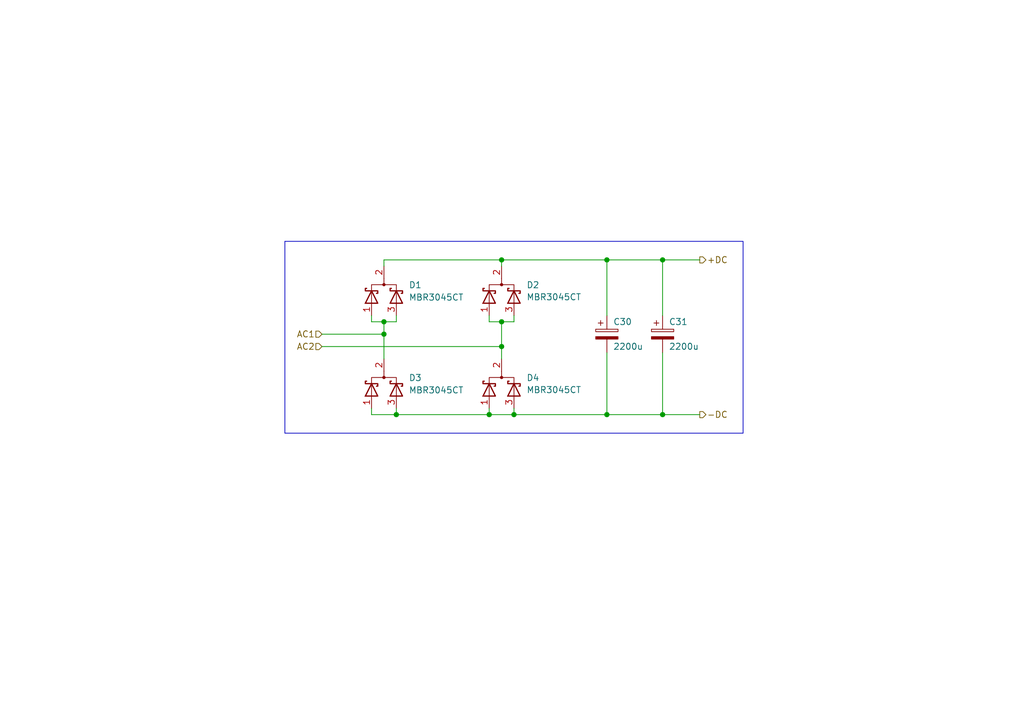
<source format=kicad_sch>
(kicad_sch (version 20230121) (generator eeschema)
  (paper "A5")
  (title_block (title "Rectifier") (date "2024-02-24") (rev "V1.0") (company "Dominik Workshop"))
  (lib_symbols
    (symbol "D_Schottky_Dual_CommonCathode_AAK_Parallel_1" (pin_names (offset 0.762) hide)
      (property "Reference" "D30" (at 1.2065 -5.08 90))
      (property "Value" "MBR3045CT" (at -1.3335 -5.08 90))
      (symbol "D_Schottky_Dual_CommonCathode_AAK_Parallel_1_0_1"
        (polyline (pts (xy 1.27 0) (xy 2.54 0)))
        (polyline (pts (xy -2.54 -2.54) (xy 1.27 -2.54) (xy 1.27 2.54) (xy -2.54 2.54)))
        (polyline (pts (xy -2.54 -1.27) (xy 0 -2.54) (xy -2.54 -3.81) (xy -2.54 -1.27) (xy -2.54 -1.27) (xy -2.54 -1.27)) (stroke (width 0.254)))
        (polyline (pts (xy -2.54 3.81) (xy 0 2.54) (xy -2.54 1.27) (xy -2.54 3.81) (xy -2.54 3.81) (xy -2.54 3.81)) (stroke (width 0.254)))
        (polyline (pts (xy 0.508 -1.524) (xy 0.508 -1.27) (xy 0 -1.27) (xy 0 -3.81) (xy -0.508 -3.81) (xy -0.508 -3.556)) (stroke (width 0.254)))
        (polyline (pts (xy 0.508 3.556) (xy 0.508 3.81) (xy 0 3.81) (xy 0 1.27) (xy -0.508 1.27) (xy -0.508 1.524)) (stroke (width 0.254)))
        (circle (center 1.27 0) (radius 0.254) (fill (type outline)))
        (pin passive line (at -5.08 2.54 0) (length 2.54) (name "K") (number "1"))
      )
      (symbol "D_Schottky_Dual_CommonCathode_AAK_Parallel_1_1_1"
        (pin passive line (at 5.08 0 180) (length 2.54) (name "A") (number "2"))
        (pin passive line (at -5.08 -2.54 0) (length 2.54) (name "K") (number "3"))
      )
    )
    (symbol "D_Schottky_Dual_CommonCathode_AAK_Parallel_2" (pin_names (offset 0.762) hide)
      (property "Reference" "D32" (at 1.2065 -5.08 90))
      (property "Value" "MBR3045CT" (at -1.27 -5.08 90))
      (symbol "D_Schottky_Dual_CommonCathode_AAK_Parallel_2_0_1"
        (polyline (pts (xy 1.27 0) (xy 2.54 0)))
        (polyline (pts (xy -2.54 -2.54) (xy 1.27 -2.54) (xy 1.27 2.54) (xy -2.54 2.54)))
        (polyline (pts (xy -2.54 -1.27) (xy 0 -2.54) (xy -2.54 -3.81) (xy -2.54 -1.27) (xy -2.54 -1.27) (xy -2.54 -1.27)) (stroke (width 0.254)))
        (polyline (pts (xy -2.54 3.81) (xy 0 2.54) (xy -2.54 1.27) (xy -2.54 3.81) (xy -2.54 3.81) (xy -2.54 3.81)) (stroke (width 0.254)))
        (polyline (pts (xy 0.508 -1.524) (xy 0.508 -1.27) (xy 0 -1.27) (xy 0 -3.81) (xy -0.508 -3.81) (xy -0.508 -3.556)) (stroke (width 0.254)))
        (polyline (pts (xy 0.508 3.556) (xy 0.508 3.81) (xy 0 3.81) (xy 0 1.27) (xy -0.508 1.27) (xy -0.508 1.524)) (stroke (width 0.254)))
        (circle (center 1.27 0) (radius 0.254) (fill (type outline)))
        (pin passive line (at -5.08 2.54 0) (length 2.54) (name "K") (number "1"))
      )
      (symbol "D_Schottky_Dual_CommonCathode_AAK_Parallel_2_1_1"
        (pin passive line (at 5.08 0 180) (length 2.54) (name "A") (number "2"))
        (pin passive line (at -5.08 -2.54 0) (length 2.54) (name "K") (number "3"))
      )
    )
    (symbol "D_Schottky_Dual_CommonCathode_AAK_Parallel_3" (pin_names (offset 0.762) hide)
      (property "Reference" "D31" (at 1.2065 -5.08 90))
      (property "Value" "MBR3045CT" (at -1.3335 -5.08 90))
      (symbol "D_Schottky_Dual_CommonCathode_AAK_Parallel_3_0_1"
        (polyline (pts (xy 1.27 0) (xy 2.54 0)))
        (polyline (pts (xy -2.54 -2.54) (xy 1.27 -2.54) (xy 1.27 2.54) (xy -2.54 2.54)))
        (polyline (pts (xy -2.54 -1.27) (xy 0 -2.54) (xy -2.54 -3.81) (xy -2.54 -1.27) (xy -2.54 -1.27) (xy -2.54 -1.27)) (stroke (width 0.254)))
        (polyline (pts (xy -2.54 3.81) (xy 0 2.54) (xy -2.54 1.27) (xy -2.54 3.81) (xy -2.54 3.81) (xy -2.54 3.81)) (stroke (width 0.254)))
        (polyline (pts (xy 0.508 -1.524) (xy 0.508 -1.27) (xy 0 -1.27) (xy 0 -3.81) (xy -0.508 -3.81) (xy -0.508 -3.556)) (stroke (width 0.254)))
        (polyline (pts (xy 0.508 3.556) (xy 0.508 3.81) (xy 0 3.81) (xy 0 1.27) (xy -0.508 1.27) (xy -0.508 1.524)) (stroke (width 0.254)))
        (circle (center 1.27 0) (radius 0.254) (fill (type outline)))
        (pin passive line (at -5.08 2.54 0) (length 2.54) (name "K") (number "1"))
      )
      (symbol "D_Schottky_Dual_CommonCathode_AAK_Parallel_3_1_1"
        (pin passive line (at 5.08 0 180) (length 2.54) (name "A") (number "2"))
        (pin passive line (at -5.08 -2.54 0) (length 2.54) (name "K") (number "3"))
      )
    )
    (symbol "Device:C_Polarized" (pin_numbers hide) (pin_names (offset 0.254))
      (property "Reference" "C" (at 0.635 2.54 0))
      (property "Value" "C_Polarized" (at 0.635 -2.54 0))
      (symbol "C_Polarized_0_1"
        (rectangle (start -2.286 0.508) (end 2.286 1.016))
        (polyline (pts (xy -1.778 2.286) (xy -0.762 2.286)))
        (polyline (pts (xy -1.27 2.794) (xy -1.27 1.778)))
        (rectangle (start 2.286 -0.508) (end -2.286 -1.016) (fill (type outline)))
      )
      (symbol "C_Polarized_1_1"
        (pin passive line (at 0 3.81 270) (length 2.794) (name "~") (number "1"))
        (pin passive line (at 0 -3.81 90) (length 2.794) (name "~") (number "2"))
      )
    )
    (symbol "Device:D_Schottky_Dual_CommonCathode_AAK_Parallel" (pin_names (offset 0.762) hide)
      (property "Reference" "D33" (at 1.2065 -5.08 90))
      (property "Value" "MBR3045CT" (at -1.27 -5.08 90))
      (symbol "D_Schottky_Dual_CommonCathode_AAK_Parallel_0_1"
        (polyline (pts (xy 1.27 0) (xy 2.54 0)))
        (polyline (pts (xy -2.54 -2.54) (xy 1.27 -2.54) (xy 1.27 2.54) (xy -2.54 2.54)))
        (polyline (pts (xy -2.54 -1.27) (xy 0 -2.54) (xy -2.54 -3.81) (xy -2.54 -1.27) (xy -2.54 -1.27) (xy -2.54 -1.27)) (stroke (width 0.254)))
        (polyline (pts (xy -2.54 3.81) (xy 0 2.54) (xy -2.54 1.27) (xy -2.54 3.81) (xy -2.54 3.81) (xy -2.54 3.81)) (stroke (width 0.254)))
        (polyline (pts (xy 0.508 -1.524) (xy 0.508 -1.27) (xy 0 -1.27) (xy 0 -3.81) (xy -0.508 -3.81) (xy -0.508 -3.556)) (stroke (width 0.254)))
        (polyline (pts (xy 0.508 3.556) (xy 0.508 3.81) (xy 0 3.81) (xy 0 1.27) (xy -0.508 1.27) (xy -0.508 1.524)) (stroke (width 0.254)))
        (circle (center 1.27 0) (radius 0.254) (fill (type outline)))
        (pin passive line (at -5.08 2.54 0) (length 2.54) (name "K") (number "1"))
      )
      (symbol "D_Schottky_Dual_CommonCathode_AAK_Parallel_1_1"
        (pin passive line (at 5.08 0 180) (length 2.54) (name "A") (number "2"))
        (pin passive line (at -5.08 -2.54 0) (length 2.54) (name "K") (number "3"))
      )
    )
  )
  (junction (at 105.41 85.09))
  (junction (at 135.89 85.09))
  (junction (at 135.89 53.34))
  (junction (at 100.33 85.09))
  (junction (at 124.46 85.09))
  (junction (at 78.74 68.58))
  (junction (at 102.87 66.04))
  (junction (at 102.87 71.12))
  (junction (at 102.87 53.34))
  (junction (at 78.74 66.04))
  (junction (at 124.46 53.34))
  (junction (at 81.28 85.09))
  (wire (pts (xy 135.89 53.34) (xy 143.51 53.34)))
  (wire (pts (xy 100.33 83.82) (xy 100.33 85.09)))
  (wire (pts (xy 102.87 66.04) (xy 102.87 71.12)))
  (wire (pts (xy 124.46 53.34) (xy 135.89 53.34)))
  (wire (pts (xy 76.2 66.04) (xy 78.74 66.04)))
  (wire (pts (xy 100.33 66.04) (xy 102.87 66.04)))
  (wire (pts (xy 66.04 68.58) (xy 78.74 68.58)))
  (wire (pts (xy 76.2 85.09) (xy 81.28 85.09)))
  (wire (pts (xy 100.33 85.09) (xy 105.41 85.09)))
  (wire (pts (xy 105.41 64.77) (xy 105.41 66.04)))
  (wire (pts (xy 78.74 66.04) (xy 78.74 68.58)))
  (wire (pts (xy 124.46 85.09) (xy 124.46 72.39)))
  (wire (pts (xy 76.2 83.82) (xy 76.2 85.09)))
  (wire (pts (xy 105.41 83.82) (xy 105.41 85.09)))
  (wire (pts (xy 76.2 64.77) (xy 76.2 66.04)))
  (wire (pts (xy 78.74 53.34) (xy 102.87 53.34)))
  (wire (pts (xy 135.89 85.09) (xy 143.51 85.09)))
  (wire (pts (xy 100.33 64.77) (xy 100.33 66.04)))
  (wire (pts (xy 78.74 54.61) (xy 78.74 53.34)))
  (wire (pts (xy 102.87 53.34) (xy 102.87 54.61)))
  (wire (pts (xy 81.28 64.77) (xy 81.28 66.04)))
  (wire (pts (xy 102.87 53.34) (xy 124.46 53.34)))
  (wire (pts (xy 78.74 66.04) (xy 81.28 66.04)))
  (wire (pts (xy 78.74 68.58) (xy 78.74 73.66)))
  (wire (pts (xy 102.87 71.12) (xy 102.87 73.66)))
  (wire (pts (xy 135.89 85.09) (xy 135.89 72.39)))
  (wire (pts (xy 124.46 85.09) (xy 135.89 85.09)))
  (wire (pts (xy 66.04 71.12) (xy 102.87 71.12)))
  (wire (pts (xy 81.28 83.82) (xy 81.28 85.09)))
  (wire (pts (xy 102.87 66.04) (xy 105.41 66.04)))
  (wire (pts (xy 100.33 85.09) (xy 81.28 85.09)))
  (wire (pts (xy 124.46 85.09) (xy 105.41 85.09)))
  (wire (pts (xy 124.46 53.34) (xy 124.46 64.77)))
  (wire (pts (xy 135.89 53.34) (xy 135.89 64.77)))
  (rectangle (start 58.42 49.53) (end 152.4 88.9))
  (hierarchical_label "-DC" (shape output) (at 143.51 85.09 0))
  (hierarchical_label "AC1" (shape input) (at 66.04 68.58 180))
  (hierarchical_label "+DC" (shape output) (at 143.51 53.34 0))
  (hierarchical_label "AC2" (shape input) (at 66.04 71.12 180))
  (symbol (lib_id "Device:C_Polarized") (at 124.46 68.58 0) (unit 1)
    (property "Reference" "C30" (at 125.73 66.04 0) (effects (justify left)))
    (property "Value" "2200u" (at 125.73 71.12 0) (effects (justify left)))
    (property "Footprint" "Capacitor_THT:CP_Radial_D14.0mm_P7.50mm" (effects hide))
  )
  (symbol (lib_id "Device:D_Schottky_Dual_CommonCathode_AAK_Parallel") (at 102.87 78.74 90) (unit 1)
    (property "Reference" "D4" (at 107.95 77.5335 90) (effects (justify right)))
    (property "Value" "MBR3045CT" (at 107.95 80.01 90) (effects (justify right)))
    (property "Footprint" "Package_TO_SOT_THT:TO-220-3_Horizontal_TabUp" (effects hide))
    (property "V_R" "45V" (effects hide))
    (property "I_F(AV)" "2x15A" (effects hide))
    (instances (project "pcb_power" (path "" (reference "D4") (unit 1)) (path "" (reference "D33") (unit 1))))
  )
  (symbol (lib_id "Device:C_Polarized") (at 135.89 68.58 0) (unit 1)
    (property "Reference" "C31" (at 137.16 66.04 0) (effects (justify left)))
    (property "Value" "2200u" (at 137.16 71.12 0) (effects (justify left)))
    (property "Footprint" "Capacitor_THT:CP_Radial_D14.0mm_P7.50mm" (effects hide))
  )
  (symbol (lib_name "D_Schottky_Dual_CommonCathode_AAK_Parallel_2") (lib_id "Device:D_Schottky_Dual_CommonCathode_AAK_Parallel") (at 102.87 59.69 90) (unit 1)
    (property "Reference" "D2" (at 107.95 58.4835 90) (effects (justify right)))
    (property "Value" "MBR3045CT" (at 107.95 60.96 90) (effects (justify right)))
    (property "Footprint" "Package_TO_SOT_THT:TO-220-3_Horizontal_TabUp" (effects hide))
    (property "V_R" "45V" (effects hide))
    (property "I_F(AV)" "2x15A" (effects hide))
    (instances (project "pcb_power" (path "" (reference "D2") (unit 1)) (path "" (reference "D32") (unit 1))))
  )
  (symbol (lib_name "D_Schottky_Dual_CommonCathode_AAK_Parallel_3") (lib_id "Device:D_Schottky_Dual_CommonCathode_AAK_Parallel") (at 78.74 78.74 90) (unit 1)
    (property "Reference" "D3" (at 83.82 77.5335 90) (effects (justify right)))
    (property "Value" "MBR3045CT" (at 83.82 80.0735 90) (effects (justify right)))
    (property "Footprint" "Package_TO_SOT_THT:TO-220-3_Horizontal_TabUp" (effects hide))
    (property "V_R" "45V" (effects hide))
    (property "I_F(AV)" "2x15A" (effects hide))
    (instances (project "pcb_power" (path "" (reference "D3") (unit 1)) (path "" (reference "D31") (unit 1))))
  )
  (symbol (lib_name "D_Schottky_Dual_CommonCathode_AAK_Parallel_1") (lib_id "Device:D_Schottky_Dual_CommonCathode_AAK_Parallel") (at 78.74 59.69 90) (unit 1)
    (property "Reference" "D1" (at 83.82 58.4835 90) (effects (justify right)))
    (property "Value" "MBR3045CT" (at 83.82 61.0235 90) (effects (justify right)))
    (property "Footprint" "Package_TO_SOT_THT:TO-220-3_Horizontal_TabUp" (effects hide))
    (property "V_R" "45V" (effects hide))
    (property "I_F(AV)" "2x15A" (effects hide))
    (instances (project "pcb_power" (path "" (reference "D1") (unit 1)) (path "" (reference "D30") (unit 1))))
  )
)
</source>
